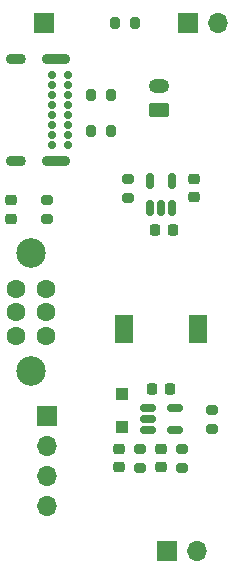
<source format=gbr>
%TF.GenerationSoftware,KiCad,Pcbnew,(6.0.7)*%
%TF.CreationDate,2022-10-01T16:55:56-07:00*%
%TF.ProjectId,dso150_mod,64736f31-3530-45f6-9d6f-642e6b696361,1.0*%
%TF.SameCoordinates,Original*%
%TF.FileFunction,Soldermask,Top*%
%TF.FilePolarity,Negative*%
%FSLAX46Y46*%
G04 Gerber Fmt 4.6, Leading zero omitted, Abs format (unit mm)*
G04 Created by KiCad (PCBNEW (6.0.7)) date 2022-10-01 16:55:56*
%MOMM*%
%LPD*%
G01*
G04 APERTURE LIST*
G04 Aperture macros list*
%AMRoundRect*
0 Rectangle with rounded corners*
0 $1 Rounding radius*
0 $2 $3 $4 $5 $6 $7 $8 $9 X,Y pos of 4 corners*
0 Add a 4 corners polygon primitive as box body*
4,1,4,$2,$3,$4,$5,$6,$7,$8,$9,$2,$3,0*
0 Add four circle primitives for the rounded corners*
1,1,$1+$1,$2,$3*
1,1,$1+$1,$4,$5*
1,1,$1+$1,$6,$7*
1,1,$1+$1,$8,$9*
0 Add four rect primitives between the rounded corners*
20,1,$1+$1,$2,$3,$4,$5,0*
20,1,$1+$1,$4,$5,$6,$7,0*
20,1,$1+$1,$6,$7,$8,$9,0*
20,1,$1+$1,$8,$9,$2,$3,0*%
G04 Aperture macros list end*
%ADD10R,1.700000X1.700000*%
%ADD11O,1.700000X1.700000*%
%ADD12RoundRect,0.250000X0.625000X-0.350000X0.625000X0.350000X-0.625000X0.350000X-0.625000X-0.350000X0*%
%ADD13O,1.750000X1.200000*%
%ADD14RoundRect,0.225000X0.225000X0.250000X-0.225000X0.250000X-0.225000X-0.250000X0.225000X-0.250000X0*%
%ADD15RoundRect,0.200000X0.275000X-0.200000X0.275000X0.200000X-0.275000X0.200000X-0.275000X-0.200000X0*%
%ADD16RoundRect,0.225000X0.250000X-0.225000X0.250000X0.225000X-0.250000X0.225000X-0.250000X-0.225000X0*%
%ADD17RoundRect,0.200000X-0.200000X-0.275000X0.200000X-0.275000X0.200000X0.275000X-0.200000X0.275000X0*%
%ADD18R,1.500000X2.400000*%
%ADD19RoundRect,0.218750X-0.256250X0.218750X-0.256250X-0.218750X0.256250X-0.218750X0.256250X0.218750X0*%
%ADD20RoundRect,0.225000X-0.250000X0.225000X-0.250000X-0.225000X0.250000X-0.225000X0.250000X0.225000X0*%
%ADD21C,2.500000*%
%ADD22C,1.600000*%
%ADD23C,0.700000*%
%ADD24O,2.400000X0.900000*%
%ADD25O,1.700000X0.900000*%
%ADD26RoundRect,0.150000X0.150000X-0.512500X0.150000X0.512500X-0.150000X0.512500X-0.150000X-0.512500X0*%
%ADD27R,1.100000X1.100000*%
%ADD28RoundRect,0.200000X-0.275000X0.200000X-0.275000X-0.200000X0.275000X-0.200000X0.275000X0.200000X0*%
%ADD29RoundRect,0.150000X-0.512500X-0.150000X0.512500X-0.150000X0.512500X0.150000X-0.512500X0.150000X0*%
G04 APERTURE END LIST*
D10*
%TO.C,J2*%
X155443000Y-75692000D03*
D11*
X157983000Y-75692000D03*
%TD*%
D12*
%TO.C,J3*%
X152998000Y-83042000D03*
D13*
X152998000Y-81042000D03*
%TD*%
D14*
%TO.C,C2*%
X154191000Y-93218000D03*
X152641000Y-93218000D03*
%TD*%
D15*
%TO.C,R4*%
X150368000Y-90487000D03*
X150368000Y-88837000D03*
%TD*%
D16*
%TO.C,C4*%
X153162000Y-113297000D03*
X153162000Y-111747000D03*
%TD*%
D17*
%TO.C,R3*%
X149289000Y-75692000D03*
X150939000Y-75692000D03*
%TD*%
D14*
%TO.C,C3*%
X153937000Y-106680000D03*
X152387000Y-106680000D03*
%TD*%
D16*
%TO.C,C5*%
X149606000Y-113297000D03*
X149606000Y-111747000D03*
%TD*%
D18*
%TO.C,L1*%
X156312000Y-101600000D03*
X150012000Y-101600000D03*
%TD*%
D19*
%TO.C,D1*%
X140462000Y-90652500D03*
X140462000Y-92227500D03*
%TD*%
D17*
%TO.C,R2*%
X147257000Y-81788000D03*
X148907000Y-81788000D03*
%TD*%
D20*
%TO.C,C1*%
X155956000Y-88887000D03*
X155956000Y-90437000D03*
%TD*%
D21*
%TO.C,SW1*%
X142113000Y-95171000D03*
X142113000Y-105171000D03*
D22*
X143383000Y-98171000D03*
X143383000Y-100171000D03*
X143383000Y-102171000D03*
X140883000Y-98171000D03*
X140883000Y-100171000D03*
X140883000Y-102171000D03*
%TD*%
D17*
%TO.C,R1*%
X147257000Y-84836000D03*
X148907000Y-84836000D03*
%TD*%
D15*
%TO.C,R5*%
X143510000Y-92265000D03*
X143510000Y-90615000D03*
%TD*%
D23*
%TO.C,J1*%
X145249000Y-80083000D03*
X145249000Y-80933000D03*
X145249000Y-81783000D03*
X145249000Y-82633000D03*
X145249000Y-83483000D03*
X145249000Y-84333000D03*
X145249000Y-85183000D03*
X145249000Y-86033000D03*
X143899000Y-86033000D03*
X143899000Y-85183000D03*
X143899000Y-84333000D03*
X143899000Y-83483000D03*
X143899000Y-82633000D03*
X143899000Y-81783000D03*
X143899000Y-80933000D03*
X143899000Y-80083000D03*
D24*
X144269000Y-87383000D03*
D25*
X140889000Y-78733000D03*
X140889000Y-87383000D03*
D24*
X144269000Y-78733000D03*
%TD*%
D26*
%TO.C,U1*%
X152212000Y-91307500D03*
X153162000Y-91307500D03*
X154112000Y-91307500D03*
X154112000Y-89032500D03*
X152212000Y-89032500D03*
%TD*%
D15*
%TO.C,R6*%
X151384000Y-113347000D03*
X151384000Y-111697000D03*
%TD*%
D27*
%TO.C,D2*%
X149860000Y-109858000D03*
X149860000Y-107058000D03*
%TD*%
D28*
%TO.C,R8*%
X157480000Y-108395000D03*
X157480000Y-110045000D03*
%TD*%
%TO.C,R7*%
X154940000Y-111697000D03*
X154940000Y-113347000D03*
%TD*%
D29*
%TO.C,U2*%
X152024500Y-108270000D03*
X152024500Y-109220000D03*
X152024500Y-110170000D03*
X154299500Y-110170000D03*
X154299500Y-108270000D03*
%TD*%
D10*
%TO.C,J6*%
X143256000Y-75692000D03*
%TD*%
%TO.C,J4*%
X153670000Y-120396000D03*
D11*
X156210000Y-120396000D03*
%TD*%
D10*
%TO.C,J5*%
X143510000Y-108976000D03*
D11*
X143510000Y-111516000D03*
X143510000Y-114056000D03*
X143510000Y-116596000D03*
%TD*%
M02*

</source>
